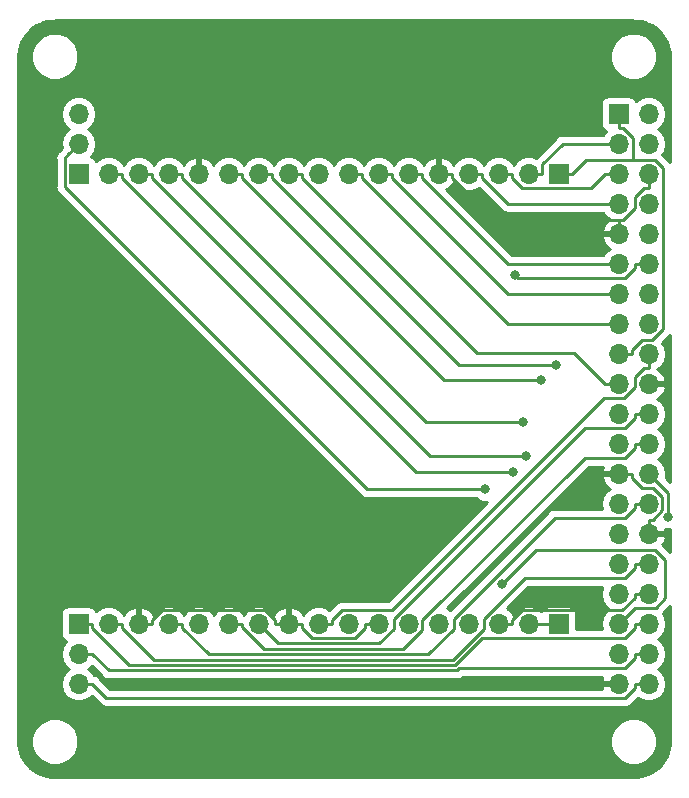
<source format=gtl>
G04 #@! TF.GenerationSoftware,KiCad,Pcbnew,5.0.0-rc1-44a33f2~62~ubuntu17.10.1*
G04 #@! TF.CreationDate,2018-04-10T00:21:39+09:00*
G04 #@! TF.ProjectId,RaspiBBHat,526173706942424861742E6B69636164,rev?*
G04 #@! TF.SameCoordinates,Original*
G04 #@! TF.FileFunction,Copper,L1,Top,Signal*
G04 #@! TF.FilePolarity,Positive*
%FSLAX46Y46*%
G04 Gerber Fmt 4.6, Leading zero omitted, Abs format (unit mm)*
G04 Created by KiCad (PCBNEW 5.0.0-rc1-44a33f2~62~ubuntu17.10.1) date Tue Apr 10 00:21:39 2018*
%MOMM*%
%LPD*%
G01*
G04 APERTURE LIST*
%ADD10R,1.700000X1.700000*%
%ADD11O,1.700000X1.700000*%
%ADD12C,0.800000*%
%ADD13C,0.250000*%
%ADD14C,0.254000*%
G04 APERTURE END LIST*
D10*
X78105000Y-81280000D03*
D11*
X78105000Y-78740000D03*
X78105000Y-76200000D03*
X78105000Y-124460000D03*
X78105000Y-121920000D03*
D10*
X78105000Y-119380000D03*
X123825000Y-76200000D03*
D11*
X126365000Y-76200000D03*
X123825000Y-78740000D03*
X126365000Y-78740000D03*
X123825000Y-81280000D03*
X126365000Y-81280000D03*
X123825000Y-83820000D03*
X126365000Y-83820000D03*
X123825000Y-86360000D03*
X126365000Y-86360000D03*
X123825000Y-88900000D03*
X126365000Y-88900000D03*
X123825000Y-91440000D03*
X126365000Y-91440000D03*
X123825000Y-93980000D03*
X126365000Y-93980000D03*
X123825000Y-96520000D03*
X126365000Y-96520000D03*
X123825000Y-99060000D03*
X126365000Y-99060000D03*
X123825000Y-101600000D03*
X126365000Y-101600000D03*
X123825000Y-104140000D03*
X126365000Y-104140000D03*
X123825000Y-106680000D03*
X126365000Y-106680000D03*
X123825000Y-109220000D03*
X126365000Y-109220000D03*
X123825000Y-111760000D03*
X126365000Y-111760000D03*
X123825000Y-114300000D03*
X126365000Y-114300000D03*
X123825000Y-116840000D03*
X126365000Y-116840000D03*
X123825000Y-119380000D03*
X126365000Y-119380000D03*
X123825000Y-121920000D03*
X126365000Y-121920000D03*
X123825000Y-124460000D03*
X126365000Y-124460000D03*
D10*
X118745000Y-81280000D03*
D11*
X116205000Y-81280000D03*
X113665000Y-81280000D03*
X111125000Y-81280000D03*
X108585000Y-81280000D03*
X106045000Y-81280000D03*
X103505000Y-81280000D03*
X100965000Y-81280000D03*
X98425000Y-81280000D03*
X95885000Y-81280000D03*
X93345000Y-81280000D03*
X90805000Y-81280000D03*
X88265000Y-81280000D03*
X85725000Y-81280000D03*
X83185000Y-81280000D03*
X80645000Y-81280000D03*
X80645000Y-119380000D03*
X83185000Y-119380000D03*
X85725000Y-119380000D03*
X88265000Y-119380000D03*
X90805000Y-119380000D03*
X93345000Y-119380000D03*
X95885000Y-119380000D03*
X98425000Y-119380000D03*
X100965000Y-119380000D03*
X103505000Y-119380000D03*
X106045000Y-119380000D03*
X108585000Y-119380000D03*
X111125000Y-119380000D03*
X113665000Y-119380000D03*
X116205000Y-119380000D03*
D10*
X118745000Y-119380000D03*
D12*
X112500000Y-108000000D03*
X114000000Y-116000000D03*
X118505100Y-97451500D03*
X117244600Y-98734900D03*
X115717200Y-102287500D03*
X116033000Y-105143300D03*
X114857900Y-106508200D03*
X128000900Y-110350200D03*
X115045200Y-89840700D03*
D13*
X126929001Y-113124999D02*
X116875001Y-113124999D01*
X123825000Y-119380000D02*
X125189999Y-118015001D01*
X127762000Y-113957998D02*
X126929001Y-113124999D01*
X127762000Y-117221000D02*
X127762000Y-113957998D01*
X126967999Y-118015001D02*
X127762000Y-117221000D01*
X125189999Y-118015001D02*
X126967999Y-118015001D01*
X116875001Y-113124999D02*
X114000000Y-116000000D01*
X112500000Y-108000000D02*
X102539998Y-108000000D01*
X102539998Y-108000000D02*
X76929999Y-82390001D01*
X76929999Y-82390001D02*
X76929999Y-79915001D01*
X77255001Y-79589999D02*
X78105000Y-78740000D01*
X76929999Y-79915001D02*
X77255001Y-79589999D01*
X94709700Y-119012600D02*
X94709700Y-119380000D01*
X93901800Y-118204700D02*
X94709700Y-119012600D01*
X85168300Y-118204700D02*
X93901800Y-118204700D01*
X84360300Y-119012700D02*
X85168300Y-118204700D01*
X84360300Y-119380000D02*
X84360300Y-119012700D01*
X83185000Y-119380000D02*
X84360300Y-119380000D01*
X95885000Y-119380000D02*
X94709700Y-119380000D01*
X125997600Y-82455300D02*
X126365000Y-82455300D01*
X125189700Y-83263200D02*
X125997600Y-82455300D01*
X125189700Y-84187400D02*
X125189700Y-83263200D01*
X124192400Y-85184700D02*
X125189700Y-84187400D01*
X123825000Y-85184700D02*
X124192400Y-85184700D01*
X123825000Y-86360000D02*
X123825000Y-85184700D01*
X126365000Y-81280000D02*
X126365000Y-82455300D01*
X113297700Y-85184700D02*
X123825000Y-85184700D01*
X109760300Y-81647300D02*
X113297700Y-85184700D01*
X109760300Y-81280000D02*
X109760300Y-81647300D01*
X108585000Y-81280000D02*
X109760300Y-81280000D01*
X125000300Y-107047400D02*
X125000300Y-106680000D01*
X125808200Y-107855300D02*
X125000300Y-107047400D01*
X126728000Y-107855300D02*
X125808200Y-107855300D01*
X127540300Y-108667600D02*
X126728000Y-107855300D01*
X127540300Y-109776800D02*
X127540300Y-108667600D01*
X126732400Y-110584700D02*
X127540300Y-109776800D01*
X126365000Y-110584700D02*
X126732400Y-110584700D01*
X126365000Y-111760000D02*
X126365000Y-110584700D01*
X123825000Y-106680000D02*
X125000300Y-106680000D01*
X125189700Y-117153500D02*
X125189700Y-116840000D01*
X124138500Y-118204700D02*
X125189700Y-117153500D01*
X115648200Y-118204700D02*
X124138500Y-118204700D01*
X114840300Y-119012600D02*
X115648200Y-118204700D01*
X114840300Y-119380000D02*
X114840300Y-119012600D01*
X113665000Y-119380000D02*
X114840300Y-119380000D01*
X126365000Y-116840000D02*
X125189700Y-116840000D01*
X97060300Y-119747400D02*
X97060300Y-119380000D01*
X97868200Y-120555300D02*
X97060300Y-119747400D01*
X101521700Y-120555300D02*
X97868200Y-120555300D01*
X102329700Y-119747300D02*
X101521700Y-120555300D01*
X102329700Y-119380000D02*
X102329700Y-119747300D01*
X103505000Y-119380000D02*
X102329700Y-119380000D01*
X95885000Y-119380000D02*
X97060300Y-119380000D01*
X118745000Y-81280000D02*
X119920300Y-81280000D01*
X123825000Y-76200000D02*
X123825000Y-77375300D01*
X124192300Y-77375300D02*
X123825000Y-77375300D01*
X125038600Y-78221600D02*
X124192300Y-77375300D01*
X125038600Y-80098200D02*
X125038600Y-78221600D01*
X121102100Y-80098200D02*
X125038600Y-80098200D01*
X119920300Y-81280000D02*
X121102100Y-80098200D01*
X125000300Y-96152600D02*
X125000300Y-96520000D01*
X125808200Y-95344700D02*
X125000300Y-96152600D01*
X126680400Y-95344700D02*
X125808200Y-95344700D01*
X127592600Y-94432500D02*
X126680400Y-95344700D01*
X127592600Y-80767700D02*
X127592600Y-94432500D01*
X126923100Y-80098200D02*
X127592600Y-80767700D01*
X125038600Y-80098200D02*
X126923100Y-80098200D01*
X123825000Y-96520000D02*
X125000300Y-96520000D01*
X119112300Y-78740000D02*
X123825000Y-78740000D01*
X117380300Y-80472000D02*
X119112300Y-78740000D01*
X117380300Y-81280000D02*
X117380300Y-80472000D01*
X116205000Y-81280000D02*
X117380300Y-81280000D01*
X121474400Y-82455300D02*
X122649700Y-81280000D01*
X115648300Y-82455300D02*
X121474400Y-82455300D01*
X114840300Y-81647300D02*
X115648300Y-82455300D01*
X114840300Y-81280000D02*
X114840300Y-81647300D01*
X113665000Y-81280000D02*
X114840300Y-81280000D01*
X123825000Y-81280000D02*
X122649700Y-81280000D01*
X111125000Y-81280000D02*
X112300300Y-81280000D01*
X112300300Y-81647300D02*
X112300300Y-81280000D01*
X114473000Y-83820000D02*
X112300300Y-81647300D01*
X123825000Y-83820000D02*
X114473000Y-83820000D01*
X114473000Y-88900000D02*
X123825000Y-88900000D01*
X107220300Y-81647300D02*
X114473000Y-88900000D01*
X107220300Y-81280000D02*
X107220300Y-81647300D01*
X106045000Y-81280000D02*
X107220300Y-81280000D01*
X114473000Y-91440000D02*
X123825000Y-91440000D01*
X104680300Y-81647300D02*
X114473000Y-91440000D01*
X104680300Y-81280000D02*
X104680300Y-81647300D01*
X103505000Y-81280000D02*
X104680300Y-81280000D01*
X114473000Y-93980000D02*
X123825000Y-93980000D01*
X102140300Y-81647300D02*
X114473000Y-93980000D01*
X102140300Y-81280000D02*
X102140300Y-81647300D01*
X100965000Y-81280000D02*
X102140300Y-81280000D01*
X120027400Y-96437700D02*
X122649700Y-99060000D01*
X111850700Y-96437700D02*
X120027400Y-96437700D01*
X97060300Y-81647300D02*
X111850700Y-96437700D01*
X97060300Y-81280000D02*
X97060300Y-81647300D01*
X95885000Y-81280000D02*
X97060300Y-81280000D01*
X123825000Y-99060000D02*
X122649700Y-99060000D01*
X110324500Y-97451500D02*
X118505100Y-97451500D01*
X94520300Y-81647300D02*
X110324500Y-97451500D01*
X94520300Y-81280000D02*
X94520300Y-81647300D01*
X93345000Y-81280000D02*
X94520300Y-81280000D01*
X90805000Y-81280000D02*
X91980300Y-81280000D01*
X109067900Y-98734900D02*
X117244600Y-98734900D01*
X91980300Y-81647300D02*
X109067900Y-98734900D01*
X91980300Y-81280000D02*
X91980300Y-81647300D01*
X85725000Y-81280000D02*
X86900300Y-81280000D01*
X107540500Y-102287500D02*
X115717200Y-102287500D01*
X86900300Y-81647300D02*
X107540500Y-102287500D01*
X86900300Y-81280000D02*
X86900300Y-81647300D01*
X83185000Y-81280000D02*
X84360300Y-81280000D01*
X107856300Y-105143300D02*
X116033000Y-105143300D01*
X84360300Y-81647300D02*
X107856300Y-105143300D01*
X84360300Y-81280000D02*
X84360300Y-81647300D01*
X80645000Y-81280000D02*
X81820300Y-81280000D01*
X81820300Y-81647300D02*
X81820300Y-81280000D01*
X106681200Y-106508200D02*
X81820300Y-81647300D01*
X114857900Y-106508200D02*
X106681200Y-106508200D01*
X80455600Y-125635300D02*
X79280300Y-124460000D01*
X124381700Y-125635300D02*
X80455600Y-125635300D01*
X125189700Y-124827300D02*
X124381700Y-125635300D01*
X125189700Y-124460000D02*
X125189700Y-124827300D01*
X126365000Y-124460000D02*
X125189700Y-124460000D01*
X78105000Y-124460000D02*
X79280300Y-124460000D01*
X126365000Y-121920000D02*
X125189700Y-121920000D01*
X78105000Y-121920000D02*
X79280300Y-121920000D01*
X125189700Y-122287300D02*
X125189700Y-121920000D01*
X124335000Y-123142000D02*
X125189700Y-122287300D01*
X110309300Y-123142000D02*
X124335000Y-123142000D01*
X110135900Y-123315400D02*
X110309300Y-123142000D01*
X80675700Y-123315400D02*
X110135900Y-123315400D01*
X79280300Y-121920000D02*
X80675700Y-123315400D01*
X126365000Y-119380000D02*
X125189700Y-119380000D01*
X78105000Y-119380000D02*
X79280300Y-119380000D01*
X125189700Y-119747400D02*
X125189700Y-119380000D01*
X124381800Y-120555300D02*
X125189700Y-119747400D01*
X112259100Y-120555300D02*
X124381800Y-120555300D01*
X109956500Y-122857900D02*
X112259100Y-120555300D01*
X82390900Y-122857900D02*
X109956500Y-122857900D01*
X79280300Y-119747300D02*
X82390900Y-122857900D01*
X79280300Y-119380000D02*
X79280300Y-119747300D01*
X80645000Y-119380000D02*
X81820300Y-119380000D01*
X126365000Y-114300000D02*
X125189700Y-114300000D01*
X125189700Y-114667400D02*
X125189700Y-114300000D01*
X124381800Y-115475300D02*
X125189700Y-114667400D01*
X115885100Y-115475300D02*
X124381800Y-115475300D01*
X112395000Y-118965400D02*
X115885100Y-115475300D01*
X112395000Y-119781500D02*
X112395000Y-118965400D01*
X109768900Y-122407600D02*
X112395000Y-119781500D01*
X84480600Y-122407600D02*
X109768900Y-122407600D01*
X81820300Y-119747300D02*
X84480600Y-122407600D01*
X81820300Y-119380000D02*
X81820300Y-119747300D01*
X125189700Y-109587400D02*
X125189700Y-109220000D01*
X124381800Y-110395300D02*
X125189700Y-109587400D01*
X118436100Y-110395300D02*
X124381800Y-110395300D01*
X109855000Y-118976400D02*
X118436100Y-110395300D01*
X109855000Y-119775800D02*
X109855000Y-118976400D01*
X107673500Y-121957300D02*
X109855000Y-119775800D01*
X89110300Y-121957300D02*
X107673500Y-121957300D01*
X86900300Y-119747300D02*
X89110300Y-121957300D01*
X86900300Y-119380000D02*
X86900300Y-119747300D01*
X85725000Y-119380000D02*
X86900300Y-119380000D01*
X126365000Y-109220000D02*
X125189700Y-109220000D01*
X128000900Y-110350200D02*
X128000900Y-108315900D01*
X128000900Y-108315900D02*
X126365000Y-106680000D01*
X125189700Y-104507400D02*
X125189700Y-104140000D01*
X124381800Y-105315300D02*
X125189700Y-104507400D01*
X120986700Y-105315300D02*
X124381800Y-105315300D01*
X107220400Y-119081600D02*
X120986700Y-105315300D01*
X107220400Y-119887200D02*
X107220400Y-119081600D01*
X105617700Y-121489900D02*
X107220400Y-119887200D01*
X93790600Y-121489900D02*
X105617700Y-121489900D01*
X91980300Y-119679600D02*
X93790600Y-121489900D01*
X91980300Y-119380000D02*
X91980300Y-119679600D01*
X90805000Y-119380000D02*
X91980300Y-119380000D01*
X126365000Y-104140000D02*
X125189700Y-104140000D01*
X126365000Y-101600000D02*
X125189700Y-101600000D01*
X125189700Y-101967400D02*
X125189700Y-101600000D01*
X124381800Y-102775300D02*
X125189700Y-101967400D01*
X120986100Y-102775300D02*
X124381800Y-102775300D01*
X104775000Y-118986400D02*
X120986100Y-102775300D01*
X104775000Y-119780200D02*
X104775000Y-118986400D01*
X103515700Y-121039500D02*
X104775000Y-119780200D01*
X95004500Y-121039500D02*
X103515700Y-121039500D01*
X93345000Y-119380000D02*
X95004500Y-121039500D01*
X125997600Y-97695300D02*
X126365000Y-97695300D01*
X125189700Y-98503200D02*
X125997600Y-97695300D01*
X125189700Y-99360100D02*
X125189700Y-98503200D01*
X124314400Y-100235400D02*
X125189700Y-99360100D01*
X122585300Y-100235400D02*
X124314400Y-100235400D01*
X104616000Y-118204700D02*
X122585300Y-100235400D01*
X100408200Y-118204700D02*
X104616000Y-118204700D01*
X99600300Y-119012600D02*
X100408200Y-118204700D01*
X99600300Y-119380000D02*
X99600300Y-119012600D01*
X98425000Y-119380000D02*
X99600300Y-119380000D01*
X126365000Y-96520000D02*
X126365000Y-97695300D01*
X126365000Y-88900000D02*
X125189700Y-88900000D01*
X125189700Y-89267400D02*
X125189700Y-88900000D01*
X124381800Y-90075300D02*
X125189700Y-89267400D01*
X115279800Y-90075300D02*
X124381800Y-90075300D01*
X115045200Y-89840700D02*
X115279800Y-90075300D01*
X118745000Y-119380000D02*
X116205000Y-119380000D01*
D14*
G36*
X124980020Y-68289951D02*
X125056532Y-68297993D01*
X125416322Y-68316849D01*
X125734123Y-68367184D01*
X126044918Y-68450462D01*
X126345306Y-68565770D01*
X126631999Y-68711847D01*
X126901853Y-68887093D01*
X127151903Y-69089579D01*
X127379424Y-69317101D01*
X127581910Y-69567151D01*
X127757153Y-69837001D01*
X127903229Y-70123691D01*
X128018541Y-70424090D01*
X128101816Y-70734876D01*
X128152151Y-71052678D01*
X128170000Y-71393254D01*
X128170000Y-80263878D01*
X128140529Y-80219771D01*
X128077073Y-80177371D01*
X127545655Y-79645954D01*
X127763839Y-79319418D01*
X127879092Y-78740000D01*
X127763839Y-78160582D01*
X127435625Y-77669375D01*
X127137239Y-77470000D01*
X127435625Y-77270625D01*
X127763839Y-76779418D01*
X127879092Y-76200000D01*
X127763839Y-75620582D01*
X127435625Y-75129375D01*
X126944418Y-74801161D01*
X126511256Y-74715000D01*
X126218744Y-74715000D01*
X125785582Y-74801161D01*
X125294375Y-75129375D01*
X125282184Y-75147619D01*
X125273157Y-75102235D01*
X125132809Y-74892191D01*
X124922765Y-74751843D01*
X124675000Y-74702560D01*
X122975000Y-74702560D01*
X122727235Y-74751843D01*
X122517191Y-74892191D01*
X122376843Y-75102235D01*
X122327560Y-75350000D01*
X122327560Y-77050000D01*
X122376843Y-77297765D01*
X122517191Y-77507809D01*
X122727235Y-77648157D01*
X122772619Y-77657184D01*
X122754375Y-77669375D01*
X122546822Y-77980000D01*
X119187147Y-77980000D01*
X119112300Y-77965112D01*
X119037453Y-77980000D01*
X119037448Y-77980000D01*
X118815763Y-78024096D01*
X118564371Y-78192071D01*
X118521971Y-78255527D01*
X116895828Y-79881671D01*
X116840505Y-79918637D01*
X116784418Y-79881161D01*
X116351256Y-79795000D01*
X116058744Y-79795000D01*
X115625582Y-79881161D01*
X115134375Y-80209375D01*
X114935000Y-80507761D01*
X114735625Y-80209375D01*
X114244418Y-79881161D01*
X113811256Y-79795000D01*
X113518744Y-79795000D01*
X113085582Y-79881161D01*
X112594375Y-80209375D01*
X112395000Y-80507761D01*
X112195625Y-80209375D01*
X111704418Y-79881161D01*
X111271256Y-79795000D01*
X110978744Y-79795000D01*
X110545582Y-79881161D01*
X110054375Y-80209375D01*
X109841157Y-80528478D01*
X109780183Y-80398642D01*
X109351924Y-80008355D01*
X108941890Y-79838524D01*
X108712000Y-79959845D01*
X108712000Y-81153000D01*
X108732000Y-81153000D01*
X108732000Y-81407000D01*
X108712000Y-81407000D01*
X108712000Y-81427000D01*
X108458000Y-81427000D01*
X108458000Y-81407000D01*
X108438000Y-81407000D01*
X108438000Y-81153000D01*
X108458000Y-81153000D01*
X108458000Y-79959845D01*
X108228110Y-79838524D01*
X107818076Y-80008355D01*
X107389817Y-80398642D01*
X107329606Y-80526853D01*
X107327474Y-80526429D01*
X107115625Y-80209375D01*
X106624418Y-79881161D01*
X106191256Y-79795000D01*
X105898744Y-79795000D01*
X105465582Y-79881161D01*
X104974375Y-80209375D01*
X104775000Y-80507761D01*
X104575625Y-80209375D01*
X104084418Y-79881161D01*
X103651256Y-79795000D01*
X103358744Y-79795000D01*
X102925582Y-79881161D01*
X102434375Y-80209375D01*
X102235000Y-80507761D01*
X102035625Y-80209375D01*
X101544418Y-79881161D01*
X101111256Y-79795000D01*
X100818744Y-79795000D01*
X100385582Y-79881161D01*
X99894375Y-80209375D01*
X99695000Y-80507761D01*
X99495625Y-80209375D01*
X99004418Y-79881161D01*
X98571256Y-79795000D01*
X98278744Y-79795000D01*
X97845582Y-79881161D01*
X97354375Y-80209375D01*
X97155000Y-80507761D01*
X96955625Y-80209375D01*
X96464418Y-79881161D01*
X96031256Y-79795000D01*
X95738744Y-79795000D01*
X95305582Y-79881161D01*
X94814375Y-80209375D01*
X94615000Y-80507761D01*
X94415625Y-80209375D01*
X93924418Y-79881161D01*
X93491256Y-79795000D01*
X93198744Y-79795000D01*
X92765582Y-79881161D01*
X92274375Y-80209375D01*
X92075000Y-80507761D01*
X91875625Y-80209375D01*
X91384418Y-79881161D01*
X90951256Y-79795000D01*
X90658744Y-79795000D01*
X90225582Y-79881161D01*
X89734375Y-80209375D01*
X89521157Y-80528478D01*
X89460183Y-80398642D01*
X89031924Y-80008355D01*
X88621890Y-79838524D01*
X88392000Y-79959845D01*
X88392000Y-81153000D01*
X88412000Y-81153000D01*
X88412000Y-81407000D01*
X88392000Y-81407000D01*
X88392000Y-81427000D01*
X88138000Y-81427000D01*
X88138000Y-81407000D01*
X88118000Y-81407000D01*
X88118000Y-81153000D01*
X88138000Y-81153000D01*
X88138000Y-79959845D01*
X87908110Y-79838524D01*
X87498076Y-80008355D01*
X87069817Y-80398642D01*
X87009606Y-80526853D01*
X87007474Y-80526429D01*
X86795625Y-80209375D01*
X86304418Y-79881161D01*
X85871256Y-79795000D01*
X85578744Y-79795000D01*
X85145582Y-79881161D01*
X84654375Y-80209375D01*
X84455000Y-80507761D01*
X84255625Y-80209375D01*
X83764418Y-79881161D01*
X83331256Y-79795000D01*
X83038744Y-79795000D01*
X82605582Y-79881161D01*
X82114375Y-80209375D01*
X81915000Y-80507761D01*
X81715625Y-80209375D01*
X81224418Y-79881161D01*
X80791256Y-79795000D01*
X80498744Y-79795000D01*
X80065582Y-79881161D01*
X79574375Y-80209375D01*
X79562184Y-80227619D01*
X79553157Y-80182235D01*
X79412809Y-79972191D01*
X79202765Y-79831843D01*
X79157381Y-79822816D01*
X79175625Y-79810625D01*
X79503839Y-79319418D01*
X79619092Y-78740000D01*
X79503839Y-78160582D01*
X79175625Y-77669375D01*
X78877239Y-77470000D01*
X79175625Y-77270625D01*
X79503839Y-76779418D01*
X79619092Y-76200000D01*
X79503839Y-75620582D01*
X79175625Y-75129375D01*
X78684418Y-74801161D01*
X78251256Y-74715000D01*
X77958744Y-74715000D01*
X77525582Y-74801161D01*
X77034375Y-75129375D01*
X76706161Y-75620582D01*
X76590908Y-76200000D01*
X76706161Y-76779418D01*
X77034375Y-77270625D01*
X77332761Y-77470000D01*
X77034375Y-77669375D01*
X76706161Y-78160582D01*
X76590908Y-78740000D01*
X76663791Y-79106408D01*
X76445527Y-79324672D01*
X76382071Y-79367072D01*
X76339671Y-79430528D01*
X76339670Y-79430529D01*
X76214096Y-79618464D01*
X76155111Y-79915001D01*
X76170000Y-79989853D01*
X76169999Y-82315154D01*
X76155111Y-82390001D01*
X76169999Y-82464848D01*
X76169999Y-82464852D01*
X76214095Y-82686537D01*
X76382070Y-82937930D01*
X76445529Y-82980332D01*
X101949669Y-108484473D01*
X101992069Y-108547929D01*
X102243461Y-108715904D01*
X102465146Y-108760000D01*
X102465151Y-108760000D01*
X102539998Y-108774888D01*
X102614845Y-108760000D01*
X111796289Y-108760000D01*
X111913720Y-108877431D01*
X112294126Y-109035000D01*
X112705874Y-109035000D01*
X112714451Y-109031447D01*
X104301199Y-117444700D01*
X100483046Y-117444700D01*
X100408199Y-117429812D01*
X100333352Y-117444700D01*
X100333348Y-117444700D01*
X100111663Y-117488796D01*
X99860271Y-117656771D01*
X99817871Y-117720227D01*
X99335629Y-118202469D01*
X99004418Y-117981161D01*
X98571256Y-117895000D01*
X98278744Y-117895000D01*
X97845582Y-117981161D01*
X97354375Y-118309375D01*
X97141157Y-118628478D01*
X97080183Y-118498642D01*
X96651924Y-118108355D01*
X96241890Y-117938524D01*
X96012000Y-118059845D01*
X96012000Y-119253000D01*
X96032000Y-119253000D01*
X96032000Y-119507000D01*
X96012000Y-119507000D01*
X96012000Y-119527000D01*
X95758000Y-119527000D01*
X95758000Y-119507000D01*
X95738000Y-119507000D01*
X95738000Y-119253000D01*
X95758000Y-119253000D01*
X95758000Y-118059845D01*
X95528110Y-117938524D01*
X95118076Y-118108355D01*
X94689817Y-118498642D01*
X94628843Y-118628478D01*
X94415625Y-118309375D01*
X93924418Y-117981161D01*
X93491256Y-117895000D01*
X93198744Y-117895000D01*
X92765582Y-117981161D01*
X92274375Y-118309375D01*
X92075000Y-118607761D01*
X91875625Y-118309375D01*
X91384418Y-117981161D01*
X90951256Y-117895000D01*
X90658744Y-117895000D01*
X90225582Y-117981161D01*
X89734375Y-118309375D01*
X89535000Y-118607761D01*
X89335625Y-118309375D01*
X88844418Y-117981161D01*
X88411256Y-117895000D01*
X88118744Y-117895000D01*
X87685582Y-117981161D01*
X87194375Y-118309375D01*
X86995000Y-118607761D01*
X86795625Y-118309375D01*
X86304418Y-117981161D01*
X85871256Y-117895000D01*
X85578744Y-117895000D01*
X85145582Y-117981161D01*
X84654375Y-118309375D01*
X84441157Y-118628478D01*
X84380183Y-118498642D01*
X83951924Y-118108355D01*
X83541890Y-117938524D01*
X83312000Y-118059845D01*
X83312000Y-119253000D01*
X83332000Y-119253000D01*
X83332000Y-119507000D01*
X83312000Y-119507000D01*
X83312000Y-119527000D01*
X83058000Y-119527000D01*
X83058000Y-119507000D01*
X83038000Y-119507000D01*
X83038000Y-119253000D01*
X83058000Y-119253000D01*
X83058000Y-118059845D01*
X82828110Y-117938524D01*
X82418076Y-118108355D01*
X81989817Y-118498642D01*
X81929606Y-118626853D01*
X81927474Y-118626429D01*
X81715625Y-118309375D01*
X81224418Y-117981161D01*
X80791256Y-117895000D01*
X80498744Y-117895000D01*
X80065582Y-117981161D01*
X79574375Y-118309375D01*
X79562184Y-118327619D01*
X79553157Y-118282235D01*
X79412809Y-118072191D01*
X79202765Y-117931843D01*
X78955000Y-117882560D01*
X77255000Y-117882560D01*
X77007235Y-117931843D01*
X76797191Y-118072191D01*
X76656843Y-118282235D01*
X76607560Y-118530000D01*
X76607560Y-120230000D01*
X76656843Y-120477765D01*
X76797191Y-120687809D01*
X77007235Y-120828157D01*
X77052619Y-120837184D01*
X77034375Y-120849375D01*
X76706161Y-121340582D01*
X76590908Y-121920000D01*
X76706161Y-122499418D01*
X77034375Y-122990625D01*
X77332761Y-123190000D01*
X77034375Y-123389375D01*
X76706161Y-123880582D01*
X76590908Y-124460000D01*
X76706161Y-125039418D01*
X77034375Y-125530625D01*
X77525582Y-125858839D01*
X77958744Y-125945000D01*
X78251256Y-125945000D01*
X78684418Y-125858839D01*
X79175625Y-125530625D01*
X79215879Y-125470380D01*
X79865271Y-126119773D01*
X79907671Y-126183229D01*
X80159063Y-126351204D01*
X80380748Y-126395300D01*
X80380752Y-126395300D01*
X80455599Y-126410188D01*
X80530446Y-126395300D01*
X124306853Y-126395300D01*
X124381700Y-126410188D01*
X124456547Y-126395300D01*
X124456552Y-126395300D01*
X124678237Y-126351204D01*
X124929629Y-126183229D01*
X124972031Y-126119770D01*
X125454311Y-125637491D01*
X125785582Y-125858839D01*
X126218744Y-125945000D01*
X126511256Y-125945000D01*
X126944418Y-125858839D01*
X127435625Y-125530625D01*
X127763839Y-125039418D01*
X127879092Y-124460000D01*
X127763839Y-123880582D01*
X127435625Y-123389375D01*
X127137239Y-123190000D01*
X127435625Y-122990625D01*
X127763839Y-122499418D01*
X127879092Y-121920000D01*
X127763839Y-121340582D01*
X127435625Y-120849375D01*
X127137239Y-120650000D01*
X127435625Y-120450625D01*
X127763839Y-119959418D01*
X127879092Y-119380000D01*
X127763839Y-118800582D01*
X127560916Y-118496886D01*
X128170001Y-117887801D01*
X128170001Y-129266727D01*
X128152151Y-129607322D01*
X128101816Y-129925124D01*
X128018541Y-130235910D01*
X127903229Y-130536309D01*
X127757153Y-130822999D01*
X127581910Y-131092849D01*
X127379424Y-131342899D01*
X127151903Y-131570421D01*
X126901853Y-131772907D01*
X126631999Y-131948153D01*
X126345306Y-132094230D01*
X126044918Y-132209538D01*
X125734123Y-132292816D01*
X125416322Y-132343151D01*
X125056532Y-132362007D01*
X124980020Y-132370049D01*
X124904979Y-132386000D01*
X76263021Y-132386000D01*
X76187980Y-132370049D01*
X76111468Y-132362007D01*
X75751678Y-132343151D01*
X75433876Y-132292816D01*
X75123090Y-132209541D01*
X74822691Y-132094229D01*
X74536001Y-131948153D01*
X74266151Y-131772910D01*
X74016101Y-131570424D01*
X73788579Y-131342903D01*
X73586093Y-131092853D01*
X73410847Y-130822999D01*
X73264770Y-130536306D01*
X73149462Y-130235918D01*
X73066184Y-129925123D01*
X73015849Y-129607322D01*
X72996993Y-129247532D01*
X72988951Y-129171020D01*
X72973000Y-129095979D01*
X72973000Y-128935159D01*
X74110000Y-128935159D01*
X74110000Y-129724841D01*
X74412199Y-130454412D01*
X74970588Y-131012801D01*
X75700159Y-131315000D01*
X76489841Y-131315000D01*
X77219412Y-131012801D01*
X77777801Y-130454412D01*
X78080000Y-129724841D01*
X78080000Y-128935159D01*
X123110000Y-128935159D01*
X123110000Y-129724841D01*
X123412199Y-130454412D01*
X123970588Y-131012801D01*
X124700159Y-131315000D01*
X125489841Y-131315000D01*
X126219412Y-131012801D01*
X126777801Y-130454412D01*
X127080000Y-129724841D01*
X127080000Y-128935159D01*
X126777801Y-128205588D01*
X126219412Y-127647199D01*
X125489841Y-127345000D01*
X124700159Y-127345000D01*
X123970588Y-127647199D01*
X123412199Y-128205588D01*
X123110000Y-128935159D01*
X78080000Y-128935159D01*
X77777801Y-128205588D01*
X77219412Y-127647199D01*
X76489841Y-127345000D01*
X75700159Y-127345000D01*
X74970588Y-127647199D01*
X74412199Y-128205588D01*
X74110000Y-128935159D01*
X72973000Y-128935159D01*
X72973000Y-71564021D01*
X72988951Y-71488980D01*
X72996993Y-71412468D01*
X73015849Y-71052678D01*
X73034462Y-70935159D01*
X74110000Y-70935159D01*
X74110000Y-71724841D01*
X74412199Y-72454412D01*
X74970588Y-73012801D01*
X75700159Y-73315000D01*
X76489841Y-73315000D01*
X77219412Y-73012801D01*
X77777801Y-72454412D01*
X78080000Y-71724841D01*
X78080000Y-70935159D01*
X123110000Y-70935159D01*
X123110000Y-71724841D01*
X123412199Y-72454412D01*
X123970588Y-73012801D01*
X124700159Y-73315000D01*
X125489841Y-73315000D01*
X126219412Y-73012801D01*
X126777801Y-72454412D01*
X127080000Y-71724841D01*
X127080000Y-70935159D01*
X126777801Y-70205588D01*
X126219412Y-69647199D01*
X125489841Y-69345000D01*
X124700159Y-69345000D01*
X123970588Y-69647199D01*
X123412199Y-70205588D01*
X123110000Y-70935159D01*
X78080000Y-70935159D01*
X77777801Y-70205588D01*
X77219412Y-69647199D01*
X76489841Y-69345000D01*
X75700159Y-69345000D01*
X74970588Y-69647199D01*
X74412199Y-70205588D01*
X74110000Y-70935159D01*
X73034462Y-70935159D01*
X73066184Y-70734877D01*
X73149462Y-70424082D01*
X73264770Y-70123694D01*
X73410847Y-69837001D01*
X73586093Y-69567147D01*
X73788579Y-69317097D01*
X74016101Y-69089576D01*
X74266151Y-68887090D01*
X74536001Y-68711847D01*
X74822691Y-68565771D01*
X75123090Y-68450459D01*
X75433876Y-68367184D01*
X75751678Y-68316849D01*
X76111468Y-68297993D01*
X76187980Y-68289951D01*
X76263021Y-68274000D01*
X124904979Y-68274000D01*
X124980020Y-68289951D01*
X124980020Y-68289951D01*
G37*
X124980020Y-68289951D02*
X125056532Y-68297993D01*
X125416322Y-68316849D01*
X125734123Y-68367184D01*
X126044918Y-68450462D01*
X126345306Y-68565770D01*
X126631999Y-68711847D01*
X126901853Y-68887093D01*
X127151903Y-69089579D01*
X127379424Y-69317101D01*
X127581910Y-69567151D01*
X127757153Y-69837001D01*
X127903229Y-70123691D01*
X128018541Y-70424090D01*
X128101816Y-70734876D01*
X128152151Y-71052678D01*
X128170000Y-71393254D01*
X128170000Y-80263878D01*
X128140529Y-80219771D01*
X128077073Y-80177371D01*
X127545655Y-79645954D01*
X127763839Y-79319418D01*
X127879092Y-78740000D01*
X127763839Y-78160582D01*
X127435625Y-77669375D01*
X127137239Y-77470000D01*
X127435625Y-77270625D01*
X127763839Y-76779418D01*
X127879092Y-76200000D01*
X127763839Y-75620582D01*
X127435625Y-75129375D01*
X126944418Y-74801161D01*
X126511256Y-74715000D01*
X126218744Y-74715000D01*
X125785582Y-74801161D01*
X125294375Y-75129375D01*
X125282184Y-75147619D01*
X125273157Y-75102235D01*
X125132809Y-74892191D01*
X124922765Y-74751843D01*
X124675000Y-74702560D01*
X122975000Y-74702560D01*
X122727235Y-74751843D01*
X122517191Y-74892191D01*
X122376843Y-75102235D01*
X122327560Y-75350000D01*
X122327560Y-77050000D01*
X122376843Y-77297765D01*
X122517191Y-77507809D01*
X122727235Y-77648157D01*
X122772619Y-77657184D01*
X122754375Y-77669375D01*
X122546822Y-77980000D01*
X119187147Y-77980000D01*
X119112300Y-77965112D01*
X119037453Y-77980000D01*
X119037448Y-77980000D01*
X118815763Y-78024096D01*
X118564371Y-78192071D01*
X118521971Y-78255527D01*
X116895828Y-79881671D01*
X116840505Y-79918637D01*
X116784418Y-79881161D01*
X116351256Y-79795000D01*
X116058744Y-79795000D01*
X115625582Y-79881161D01*
X115134375Y-80209375D01*
X114935000Y-80507761D01*
X114735625Y-80209375D01*
X114244418Y-79881161D01*
X113811256Y-79795000D01*
X113518744Y-79795000D01*
X113085582Y-79881161D01*
X112594375Y-80209375D01*
X112395000Y-80507761D01*
X112195625Y-80209375D01*
X111704418Y-79881161D01*
X111271256Y-79795000D01*
X110978744Y-79795000D01*
X110545582Y-79881161D01*
X110054375Y-80209375D01*
X109841157Y-80528478D01*
X109780183Y-80398642D01*
X109351924Y-80008355D01*
X108941890Y-79838524D01*
X108712000Y-79959845D01*
X108712000Y-81153000D01*
X108732000Y-81153000D01*
X108732000Y-81407000D01*
X108712000Y-81407000D01*
X108712000Y-81427000D01*
X108458000Y-81427000D01*
X108458000Y-81407000D01*
X108438000Y-81407000D01*
X108438000Y-81153000D01*
X108458000Y-81153000D01*
X108458000Y-79959845D01*
X108228110Y-79838524D01*
X107818076Y-80008355D01*
X107389817Y-80398642D01*
X107329606Y-80526853D01*
X107327474Y-80526429D01*
X107115625Y-80209375D01*
X106624418Y-79881161D01*
X106191256Y-79795000D01*
X105898744Y-79795000D01*
X105465582Y-79881161D01*
X104974375Y-80209375D01*
X104775000Y-80507761D01*
X104575625Y-80209375D01*
X104084418Y-79881161D01*
X103651256Y-79795000D01*
X103358744Y-79795000D01*
X102925582Y-79881161D01*
X102434375Y-80209375D01*
X102235000Y-80507761D01*
X102035625Y-80209375D01*
X101544418Y-79881161D01*
X101111256Y-79795000D01*
X100818744Y-79795000D01*
X100385582Y-79881161D01*
X99894375Y-80209375D01*
X99695000Y-80507761D01*
X99495625Y-80209375D01*
X99004418Y-79881161D01*
X98571256Y-79795000D01*
X98278744Y-79795000D01*
X97845582Y-79881161D01*
X97354375Y-80209375D01*
X97155000Y-80507761D01*
X96955625Y-80209375D01*
X96464418Y-79881161D01*
X96031256Y-79795000D01*
X95738744Y-79795000D01*
X95305582Y-79881161D01*
X94814375Y-80209375D01*
X94615000Y-80507761D01*
X94415625Y-80209375D01*
X93924418Y-79881161D01*
X93491256Y-79795000D01*
X93198744Y-79795000D01*
X92765582Y-79881161D01*
X92274375Y-80209375D01*
X92075000Y-80507761D01*
X91875625Y-80209375D01*
X91384418Y-79881161D01*
X90951256Y-79795000D01*
X90658744Y-79795000D01*
X90225582Y-79881161D01*
X89734375Y-80209375D01*
X89521157Y-80528478D01*
X89460183Y-80398642D01*
X89031924Y-80008355D01*
X88621890Y-79838524D01*
X88392000Y-79959845D01*
X88392000Y-81153000D01*
X88412000Y-81153000D01*
X88412000Y-81407000D01*
X88392000Y-81407000D01*
X88392000Y-81427000D01*
X88138000Y-81427000D01*
X88138000Y-81407000D01*
X88118000Y-81407000D01*
X88118000Y-81153000D01*
X88138000Y-81153000D01*
X88138000Y-79959845D01*
X87908110Y-79838524D01*
X87498076Y-80008355D01*
X87069817Y-80398642D01*
X87009606Y-80526853D01*
X87007474Y-80526429D01*
X86795625Y-80209375D01*
X86304418Y-79881161D01*
X85871256Y-79795000D01*
X85578744Y-79795000D01*
X85145582Y-79881161D01*
X84654375Y-80209375D01*
X84455000Y-80507761D01*
X84255625Y-80209375D01*
X83764418Y-79881161D01*
X83331256Y-79795000D01*
X83038744Y-79795000D01*
X82605582Y-79881161D01*
X82114375Y-80209375D01*
X81915000Y-80507761D01*
X81715625Y-80209375D01*
X81224418Y-79881161D01*
X80791256Y-79795000D01*
X80498744Y-79795000D01*
X80065582Y-79881161D01*
X79574375Y-80209375D01*
X79562184Y-80227619D01*
X79553157Y-80182235D01*
X79412809Y-79972191D01*
X79202765Y-79831843D01*
X79157381Y-79822816D01*
X79175625Y-79810625D01*
X79503839Y-79319418D01*
X79619092Y-78740000D01*
X79503839Y-78160582D01*
X79175625Y-77669375D01*
X78877239Y-77470000D01*
X79175625Y-77270625D01*
X79503839Y-76779418D01*
X79619092Y-76200000D01*
X79503839Y-75620582D01*
X79175625Y-75129375D01*
X78684418Y-74801161D01*
X78251256Y-74715000D01*
X77958744Y-74715000D01*
X77525582Y-74801161D01*
X77034375Y-75129375D01*
X76706161Y-75620582D01*
X76590908Y-76200000D01*
X76706161Y-76779418D01*
X77034375Y-77270625D01*
X77332761Y-77470000D01*
X77034375Y-77669375D01*
X76706161Y-78160582D01*
X76590908Y-78740000D01*
X76663791Y-79106408D01*
X76445527Y-79324672D01*
X76382071Y-79367072D01*
X76339671Y-79430528D01*
X76339670Y-79430529D01*
X76214096Y-79618464D01*
X76155111Y-79915001D01*
X76170000Y-79989853D01*
X76169999Y-82315154D01*
X76155111Y-82390001D01*
X76169999Y-82464848D01*
X76169999Y-82464852D01*
X76214095Y-82686537D01*
X76382070Y-82937930D01*
X76445529Y-82980332D01*
X101949669Y-108484473D01*
X101992069Y-108547929D01*
X102243461Y-108715904D01*
X102465146Y-108760000D01*
X102465151Y-108760000D01*
X102539998Y-108774888D01*
X102614845Y-108760000D01*
X111796289Y-108760000D01*
X111913720Y-108877431D01*
X112294126Y-109035000D01*
X112705874Y-109035000D01*
X112714451Y-109031447D01*
X104301199Y-117444700D01*
X100483046Y-117444700D01*
X100408199Y-117429812D01*
X100333352Y-117444700D01*
X100333348Y-117444700D01*
X100111663Y-117488796D01*
X99860271Y-117656771D01*
X99817871Y-117720227D01*
X99335629Y-118202469D01*
X99004418Y-117981161D01*
X98571256Y-117895000D01*
X98278744Y-117895000D01*
X97845582Y-117981161D01*
X97354375Y-118309375D01*
X97141157Y-118628478D01*
X97080183Y-118498642D01*
X96651924Y-118108355D01*
X96241890Y-117938524D01*
X96012000Y-118059845D01*
X96012000Y-119253000D01*
X96032000Y-119253000D01*
X96032000Y-119507000D01*
X96012000Y-119507000D01*
X96012000Y-119527000D01*
X95758000Y-119527000D01*
X95758000Y-119507000D01*
X95738000Y-119507000D01*
X95738000Y-119253000D01*
X95758000Y-119253000D01*
X95758000Y-118059845D01*
X95528110Y-117938524D01*
X95118076Y-118108355D01*
X94689817Y-118498642D01*
X94628843Y-118628478D01*
X94415625Y-118309375D01*
X93924418Y-117981161D01*
X93491256Y-117895000D01*
X93198744Y-117895000D01*
X92765582Y-117981161D01*
X92274375Y-118309375D01*
X92075000Y-118607761D01*
X91875625Y-118309375D01*
X91384418Y-117981161D01*
X90951256Y-117895000D01*
X90658744Y-117895000D01*
X90225582Y-117981161D01*
X89734375Y-118309375D01*
X89535000Y-118607761D01*
X89335625Y-118309375D01*
X88844418Y-117981161D01*
X88411256Y-117895000D01*
X88118744Y-117895000D01*
X87685582Y-117981161D01*
X87194375Y-118309375D01*
X86995000Y-118607761D01*
X86795625Y-118309375D01*
X86304418Y-117981161D01*
X85871256Y-117895000D01*
X85578744Y-117895000D01*
X85145582Y-117981161D01*
X84654375Y-118309375D01*
X84441157Y-118628478D01*
X84380183Y-118498642D01*
X83951924Y-118108355D01*
X83541890Y-117938524D01*
X83312000Y-118059845D01*
X83312000Y-119253000D01*
X83332000Y-119253000D01*
X83332000Y-119507000D01*
X83312000Y-119507000D01*
X83312000Y-119527000D01*
X83058000Y-119527000D01*
X83058000Y-119507000D01*
X83038000Y-119507000D01*
X83038000Y-119253000D01*
X83058000Y-119253000D01*
X83058000Y-118059845D01*
X82828110Y-117938524D01*
X82418076Y-118108355D01*
X81989817Y-118498642D01*
X81929606Y-118626853D01*
X81927474Y-118626429D01*
X81715625Y-118309375D01*
X81224418Y-117981161D01*
X80791256Y-117895000D01*
X80498744Y-117895000D01*
X80065582Y-117981161D01*
X79574375Y-118309375D01*
X79562184Y-118327619D01*
X79553157Y-118282235D01*
X79412809Y-118072191D01*
X79202765Y-117931843D01*
X78955000Y-117882560D01*
X77255000Y-117882560D01*
X77007235Y-117931843D01*
X76797191Y-118072191D01*
X76656843Y-118282235D01*
X76607560Y-118530000D01*
X76607560Y-120230000D01*
X76656843Y-120477765D01*
X76797191Y-120687809D01*
X77007235Y-120828157D01*
X77052619Y-120837184D01*
X77034375Y-120849375D01*
X76706161Y-121340582D01*
X76590908Y-121920000D01*
X76706161Y-122499418D01*
X77034375Y-122990625D01*
X77332761Y-123190000D01*
X77034375Y-123389375D01*
X76706161Y-123880582D01*
X76590908Y-124460000D01*
X76706161Y-125039418D01*
X77034375Y-125530625D01*
X77525582Y-125858839D01*
X77958744Y-125945000D01*
X78251256Y-125945000D01*
X78684418Y-125858839D01*
X79175625Y-125530625D01*
X79215879Y-125470380D01*
X79865271Y-126119773D01*
X79907671Y-126183229D01*
X80159063Y-126351204D01*
X80380748Y-126395300D01*
X80380752Y-126395300D01*
X80455599Y-126410188D01*
X80530446Y-126395300D01*
X124306853Y-126395300D01*
X124381700Y-126410188D01*
X124456547Y-126395300D01*
X124456552Y-126395300D01*
X124678237Y-126351204D01*
X124929629Y-126183229D01*
X124972031Y-126119770D01*
X125454311Y-125637491D01*
X125785582Y-125858839D01*
X126218744Y-125945000D01*
X126511256Y-125945000D01*
X126944418Y-125858839D01*
X127435625Y-125530625D01*
X127763839Y-125039418D01*
X127879092Y-124460000D01*
X127763839Y-123880582D01*
X127435625Y-123389375D01*
X127137239Y-123190000D01*
X127435625Y-122990625D01*
X127763839Y-122499418D01*
X127879092Y-121920000D01*
X127763839Y-121340582D01*
X127435625Y-120849375D01*
X127137239Y-120650000D01*
X127435625Y-120450625D01*
X127763839Y-119959418D01*
X127879092Y-119380000D01*
X127763839Y-118800582D01*
X127560916Y-118496886D01*
X128170001Y-117887801D01*
X128170001Y-129266727D01*
X128152151Y-129607322D01*
X128101816Y-129925124D01*
X128018541Y-130235910D01*
X127903229Y-130536309D01*
X127757153Y-130822999D01*
X127581910Y-131092849D01*
X127379424Y-131342899D01*
X127151903Y-131570421D01*
X126901853Y-131772907D01*
X126631999Y-131948153D01*
X126345306Y-132094230D01*
X126044918Y-132209538D01*
X125734123Y-132292816D01*
X125416322Y-132343151D01*
X125056532Y-132362007D01*
X124980020Y-132370049D01*
X124904979Y-132386000D01*
X76263021Y-132386000D01*
X76187980Y-132370049D01*
X76111468Y-132362007D01*
X75751678Y-132343151D01*
X75433876Y-132292816D01*
X75123090Y-132209541D01*
X74822691Y-132094229D01*
X74536001Y-131948153D01*
X74266151Y-131772910D01*
X74016101Y-131570424D01*
X73788579Y-131342903D01*
X73586093Y-131092853D01*
X73410847Y-130822999D01*
X73264770Y-130536306D01*
X73149462Y-130235918D01*
X73066184Y-129925123D01*
X73015849Y-129607322D01*
X72996993Y-129247532D01*
X72988951Y-129171020D01*
X72973000Y-129095979D01*
X72973000Y-128935159D01*
X74110000Y-128935159D01*
X74110000Y-129724841D01*
X74412199Y-130454412D01*
X74970588Y-131012801D01*
X75700159Y-131315000D01*
X76489841Y-131315000D01*
X77219412Y-131012801D01*
X77777801Y-130454412D01*
X78080000Y-129724841D01*
X78080000Y-128935159D01*
X123110000Y-128935159D01*
X123110000Y-129724841D01*
X123412199Y-130454412D01*
X123970588Y-131012801D01*
X124700159Y-131315000D01*
X125489841Y-131315000D01*
X126219412Y-131012801D01*
X126777801Y-130454412D01*
X127080000Y-129724841D01*
X127080000Y-128935159D01*
X126777801Y-128205588D01*
X126219412Y-127647199D01*
X125489841Y-127345000D01*
X124700159Y-127345000D01*
X123970588Y-127647199D01*
X123412199Y-128205588D01*
X123110000Y-128935159D01*
X78080000Y-128935159D01*
X77777801Y-128205588D01*
X77219412Y-127647199D01*
X76489841Y-127345000D01*
X75700159Y-127345000D01*
X74970588Y-127647199D01*
X74412199Y-128205588D01*
X74110000Y-128935159D01*
X72973000Y-128935159D01*
X72973000Y-71564021D01*
X72988951Y-71488980D01*
X72996993Y-71412468D01*
X73015849Y-71052678D01*
X73034462Y-70935159D01*
X74110000Y-70935159D01*
X74110000Y-71724841D01*
X74412199Y-72454412D01*
X74970588Y-73012801D01*
X75700159Y-73315000D01*
X76489841Y-73315000D01*
X77219412Y-73012801D01*
X77777801Y-72454412D01*
X78080000Y-71724841D01*
X78080000Y-70935159D01*
X123110000Y-70935159D01*
X123110000Y-71724841D01*
X123412199Y-72454412D01*
X123970588Y-73012801D01*
X124700159Y-73315000D01*
X125489841Y-73315000D01*
X126219412Y-73012801D01*
X126777801Y-72454412D01*
X127080000Y-71724841D01*
X127080000Y-70935159D01*
X126777801Y-70205588D01*
X126219412Y-69647199D01*
X125489841Y-69345000D01*
X124700159Y-69345000D01*
X123970588Y-69647199D01*
X123412199Y-70205588D01*
X123110000Y-70935159D01*
X78080000Y-70935159D01*
X77777801Y-70205588D01*
X77219412Y-69647199D01*
X76489841Y-69345000D01*
X75700159Y-69345000D01*
X74970588Y-69647199D01*
X74412199Y-70205588D01*
X74110000Y-70935159D01*
X73034462Y-70935159D01*
X73066184Y-70734877D01*
X73149462Y-70424082D01*
X73264770Y-70123694D01*
X73410847Y-69837001D01*
X73586093Y-69567147D01*
X73788579Y-69317097D01*
X74016101Y-69089576D01*
X74266151Y-68887090D01*
X74536001Y-68711847D01*
X74822691Y-68565771D01*
X75123090Y-68450459D01*
X75433876Y-68367184D01*
X75751678Y-68316849D01*
X76111468Y-68297993D01*
X76187980Y-68289951D01*
X76263021Y-68274000D01*
X124904979Y-68274000D01*
X124980020Y-68289951D01*
G36*
X80085371Y-123799873D02*
X80127771Y-123863329D01*
X80379163Y-124031304D01*
X80600848Y-124075400D01*
X80600852Y-124075400D01*
X80675700Y-124090288D01*
X80750548Y-124075400D01*
X110061053Y-124075400D01*
X110135900Y-124090288D01*
X110210747Y-124075400D01*
X110210752Y-124075400D01*
X110432437Y-124031304D01*
X110625954Y-123902000D01*
X122466821Y-123902000D01*
X122383524Y-124103110D01*
X122504845Y-124333000D01*
X123698000Y-124333000D01*
X123698000Y-124313000D01*
X123952000Y-124313000D01*
X123952000Y-124333000D01*
X123972000Y-124333000D01*
X123972000Y-124587000D01*
X123952000Y-124587000D01*
X123952000Y-124607000D01*
X123698000Y-124607000D01*
X123698000Y-124587000D01*
X122504845Y-124587000D01*
X122383524Y-124816890D01*
X122407717Y-124875300D01*
X80770402Y-124875300D01*
X79870631Y-123975530D01*
X79828229Y-123912071D01*
X79576837Y-123744096D01*
X79387474Y-123706429D01*
X79175625Y-123389375D01*
X78877239Y-123190000D01*
X79175625Y-122990625D01*
X79215879Y-122930380D01*
X80085371Y-123799873D01*
X80085371Y-123799873D01*
G37*
X80085371Y-123799873D02*
X80127771Y-123863329D01*
X80379163Y-124031304D01*
X80600848Y-124075400D01*
X80600852Y-124075400D01*
X80675700Y-124090288D01*
X80750548Y-124075400D01*
X110061053Y-124075400D01*
X110135900Y-124090288D01*
X110210747Y-124075400D01*
X110210752Y-124075400D01*
X110432437Y-124031304D01*
X110625954Y-123902000D01*
X122466821Y-123902000D01*
X122383524Y-124103110D01*
X122504845Y-124333000D01*
X123698000Y-124333000D01*
X123698000Y-124313000D01*
X123952000Y-124313000D01*
X123952000Y-124333000D01*
X123972000Y-124333000D01*
X123972000Y-124587000D01*
X123952000Y-124587000D01*
X123952000Y-124607000D01*
X123698000Y-124607000D01*
X123698000Y-124587000D01*
X122504845Y-124587000D01*
X122383524Y-124816890D01*
X122407717Y-124875300D01*
X80770402Y-124875300D01*
X79870631Y-123975530D01*
X79828229Y-123912071D01*
X79576837Y-123744096D01*
X79387474Y-123706429D01*
X79175625Y-123389375D01*
X78877239Y-123190000D01*
X79175625Y-122990625D01*
X79215879Y-122930380D01*
X80085371Y-123799873D01*
G36*
X122426161Y-116260582D02*
X122310908Y-116840000D01*
X122426161Y-117419418D01*
X122754375Y-117910625D01*
X123052761Y-118110000D01*
X122754375Y-118309375D01*
X122426161Y-118800582D01*
X122310908Y-119380000D01*
X122393516Y-119795300D01*
X120242440Y-119795300D01*
X120242440Y-118530000D01*
X120193157Y-118282235D01*
X120052809Y-118072191D01*
X119842765Y-117931843D01*
X119595000Y-117882560D01*
X117895000Y-117882560D01*
X117647235Y-117931843D01*
X117437191Y-118072191D01*
X117296843Y-118282235D01*
X117287816Y-118327619D01*
X117275625Y-118309375D01*
X116784418Y-117981161D01*
X116351256Y-117895000D01*
X116058744Y-117895000D01*
X115625582Y-117981161D01*
X115134375Y-118309375D01*
X114921157Y-118628478D01*
X114860183Y-118498642D01*
X114431924Y-118108355D01*
X114357622Y-118077580D01*
X116199902Y-116235300D01*
X122443054Y-116235300D01*
X122426161Y-116260582D01*
X122426161Y-116260582D01*
G37*
X122426161Y-116260582D02*
X122310908Y-116840000D01*
X122426161Y-117419418D01*
X122754375Y-117910625D01*
X123052761Y-118110000D01*
X122754375Y-118309375D01*
X122426161Y-118800582D01*
X122310908Y-119380000D01*
X122393516Y-119795300D01*
X120242440Y-119795300D01*
X120242440Y-118530000D01*
X120193157Y-118282235D01*
X120052809Y-118072191D01*
X119842765Y-117931843D01*
X119595000Y-117882560D01*
X117895000Y-117882560D01*
X117647235Y-117931843D01*
X117437191Y-118072191D01*
X117296843Y-118282235D01*
X117287816Y-118327619D01*
X117275625Y-118309375D01*
X116784418Y-117981161D01*
X116351256Y-117895000D01*
X116058744Y-117895000D01*
X115625582Y-117981161D01*
X115134375Y-118309375D01*
X114921157Y-118628478D01*
X114860183Y-118498642D01*
X114431924Y-118108355D01*
X114357622Y-118077580D01*
X116199902Y-116235300D01*
X122443054Y-116235300D01*
X122426161Y-116260582D01*
G36*
X113792000Y-119253000D02*
X113812000Y-119253000D01*
X113812000Y-119507000D01*
X113792000Y-119507000D01*
X113792000Y-119527000D01*
X113538000Y-119527000D01*
X113538000Y-119507000D01*
X113518000Y-119507000D01*
X113518000Y-119253000D01*
X113538000Y-119253000D01*
X113538000Y-119233000D01*
X113792000Y-119233000D01*
X113792000Y-119253000D01*
X113792000Y-119253000D01*
G37*
X113792000Y-119253000D02*
X113812000Y-119253000D01*
X113812000Y-119507000D01*
X113792000Y-119507000D01*
X113792000Y-119527000D01*
X113538000Y-119527000D01*
X113538000Y-119507000D01*
X113518000Y-119507000D01*
X113518000Y-119253000D01*
X113538000Y-119253000D01*
X113538000Y-119233000D01*
X113792000Y-119233000D01*
X113792000Y-119253000D01*
G36*
X103632000Y-119253000D02*
X103652000Y-119253000D01*
X103652000Y-119507000D01*
X103632000Y-119507000D01*
X103632000Y-119527000D01*
X103378000Y-119527000D01*
X103378000Y-119507000D01*
X103358000Y-119507000D01*
X103358000Y-119253000D01*
X103378000Y-119253000D01*
X103378000Y-119233000D01*
X103632000Y-119233000D01*
X103632000Y-119253000D01*
X103632000Y-119253000D01*
G37*
X103632000Y-119253000D02*
X103652000Y-119253000D01*
X103652000Y-119507000D01*
X103632000Y-119507000D01*
X103632000Y-119527000D01*
X103378000Y-119527000D01*
X103378000Y-119507000D01*
X103358000Y-119507000D01*
X103358000Y-119253000D01*
X103378000Y-119253000D01*
X103378000Y-119233000D01*
X103632000Y-119233000D01*
X103632000Y-119253000D01*
G36*
X122383524Y-106323110D02*
X122504845Y-106553000D01*
X123698000Y-106553000D01*
X123698000Y-106533000D01*
X123952000Y-106533000D01*
X123952000Y-106553000D01*
X123972000Y-106553000D01*
X123972000Y-106807000D01*
X123952000Y-106807000D01*
X123952000Y-106827000D01*
X123698000Y-106827000D01*
X123698000Y-106807000D01*
X122504845Y-106807000D01*
X122383524Y-107036890D01*
X122553355Y-107446924D01*
X122943642Y-107875183D01*
X123073478Y-107936157D01*
X122754375Y-108149375D01*
X122426161Y-108640582D01*
X122310908Y-109220000D01*
X122393516Y-109635300D01*
X118510946Y-109635300D01*
X118436099Y-109620412D01*
X118361252Y-109635300D01*
X118361248Y-109635300D01*
X118139563Y-109679396D01*
X117888171Y-109847371D01*
X117845771Y-109910827D01*
X109530698Y-118225901D01*
X109303026Y-118073776D01*
X121301502Y-106075300D01*
X122486164Y-106075300D01*
X122383524Y-106323110D01*
X122383524Y-106323110D01*
G37*
X122383524Y-106323110D02*
X122504845Y-106553000D01*
X123698000Y-106553000D01*
X123698000Y-106533000D01*
X123952000Y-106533000D01*
X123952000Y-106553000D01*
X123972000Y-106553000D01*
X123972000Y-106807000D01*
X123952000Y-106807000D01*
X123952000Y-106827000D01*
X123698000Y-106827000D01*
X123698000Y-106807000D01*
X122504845Y-106807000D01*
X122383524Y-107036890D01*
X122553355Y-107446924D01*
X122943642Y-107875183D01*
X123073478Y-107936157D01*
X122754375Y-108149375D01*
X122426161Y-108640582D01*
X122310908Y-109220000D01*
X122393516Y-109635300D01*
X118510946Y-109635300D01*
X118436099Y-109620412D01*
X118361252Y-109635300D01*
X118361248Y-109635300D01*
X118139563Y-109679396D01*
X117888171Y-109847371D01*
X117845771Y-109910827D01*
X109530698Y-118225901D01*
X109303026Y-118073776D01*
X121301502Y-106075300D01*
X122486164Y-106075300D01*
X122383524Y-106323110D01*
G36*
X126492000Y-116713000D02*
X126512000Y-116713000D01*
X126512000Y-116967000D01*
X126492000Y-116967000D01*
X126492000Y-116987000D01*
X126238000Y-116987000D01*
X126238000Y-116967000D01*
X126218000Y-116967000D01*
X126218000Y-116713000D01*
X126238000Y-116713000D01*
X126238000Y-116693000D01*
X126492000Y-116693000D01*
X126492000Y-116713000D01*
X126492000Y-116713000D01*
G37*
X126492000Y-116713000D02*
X126512000Y-116713000D01*
X126512000Y-116967000D01*
X126492000Y-116967000D01*
X126492000Y-116987000D01*
X126238000Y-116987000D01*
X126238000Y-116967000D01*
X126218000Y-116967000D01*
X126218000Y-116713000D01*
X126238000Y-116713000D01*
X126238000Y-116693000D01*
X126492000Y-116693000D01*
X126492000Y-116713000D01*
G36*
X128170001Y-113291196D02*
X127526542Y-112647739D01*
X127636645Y-112526924D01*
X127806476Y-112116890D01*
X127685155Y-111887000D01*
X126492000Y-111887000D01*
X126492000Y-111907000D01*
X126238000Y-111907000D01*
X126238000Y-111887000D01*
X126218000Y-111887000D01*
X126218000Y-111633000D01*
X126238000Y-111633000D01*
X126238000Y-111613000D01*
X126492000Y-111613000D01*
X126492000Y-111633000D01*
X127685155Y-111633000D01*
X127806476Y-111403110D01*
X127799058Y-111385200D01*
X128170001Y-111385200D01*
X128170001Y-113291196D01*
X128170001Y-113291196D01*
G37*
X128170001Y-113291196D02*
X127526542Y-112647739D01*
X127636645Y-112526924D01*
X127806476Y-112116890D01*
X127685155Y-111887000D01*
X126492000Y-111887000D01*
X126492000Y-111907000D01*
X126238000Y-111907000D01*
X126238000Y-111887000D01*
X126218000Y-111887000D01*
X126218000Y-111633000D01*
X126238000Y-111633000D01*
X126238000Y-111613000D01*
X126492000Y-111613000D01*
X126492000Y-111633000D01*
X127685155Y-111633000D01*
X127806476Y-111403110D01*
X127799058Y-111385200D01*
X128170001Y-111385200D01*
X128170001Y-113291196D01*
G36*
X128170001Y-107410199D02*
X127806209Y-107046408D01*
X127879092Y-106680000D01*
X127763839Y-106100582D01*
X127435625Y-105609375D01*
X127137239Y-105410000D01*
X127435625Y-105210625D01*
X127763839Y-104719418D01*
X127879092Y-104140000D01*
X127763839Y-103560582D01*
X127435625Y-103069375D01*
X127137239Y-102870000D01*
X127435625Y-102670625D01*
X127763839Y-102179418D01*
X127879092Y-101600000D01*
X127763839Y-101020582D01*
X127435625Y-100529375D01*
X127116522Y-100316157D01*
X127246358Y-100255183D01*
X127636645Y-99826924D01*
X127806476Y-99416890D01*
X127685155Y-99187000D01*
X126492000Y-99187000D01*
X126492000Y-99207000D01*
X126238000Y-99207000D01*
X126238000Y-99187000D01*
X126218000Y-99187000D01*
X126218000Y-98933000D01*
X126238000Y-98933000D01*
X126238000Y-98913000D01*
X126492000Y-98913000D01*
X126492000Y-98933000D01*
X127685155Y-98933000D01*
X127806476Y-98703110D01*
X127636645Y-98293076D01*
X127246358Y-97864817D01*
X127118147Y-97804606D01*
X127118571Y-97802474D01*
X127435625Y-97590625D01*
X127763839Y-97099418D01*
X127879092Y-96520000D01*
X127763839Y-95940582D01*
X127521702Y-95578199D01*
X128077073Y-95022829D01*
X128140529Y-94980429D01*
X128170000Y-94936322D01*
X128170001Y-107410199D01*
X128170001Y-107410199D01*
G37*
X128170001Y-107410199D02*
X127806209Y-107046408D01*
X127879092Y-106680000D01*
X127763839Y-106100582D01*
X127435625Y-105609375D01*
X127137239Y-105410000D01*
X127435625Y-105210625D01*
X127763839Y-104719418D01*
X127879092Y-104140000D01*
X127763839Y-103560582D01*
X127435625Y-103069375D01*
X127137239Y-102870000D01*
X127435625Y-102670625D01*
X127763839Y-102179418D01*
X127879092Y-101600000D01*
X127763839Y-101020582D01*
X127435625Y-100529375D01*
X127116522Y-100316157D01*
X127246358Y-100255183D01*
X127636645Y-99826924D01*
X127806476Y-99416890D01*
X127685155Y-99187000D01*
X126492000Y-99187000D01*
X126492000Y-99207000D01*
X126238000Y-99207000D01*
X126238000Y-99187000D01*
X126218000Y-99187000D01*
X126218000Y-98933000D01*
X126238000Y-98933000D01*
X126238000Y-98913000D01*
X126492000Y-98913000D01*
X126492000Y-98933000D01*
X127685155Y-98933000D01*
X127806476Y-98703110D01*
X127636645Y-98293076D01*
X127246358Y-97864817D01*
X127118147Y-97804606D01*
X127118571Y-97802474D01*
X127435625Y-97590625D01*
X127763839Y-97099418D01*
X127879092Y-96520000D01*
X127763839Y-95940582D01*
X127521702Y-95578199D01*
X128077073Y-95022829D01*
X128140529Y-94980429D01*
X128170000Y-94936322D01*
X128170001Y-107410199D01*
G36*
X126492000Y-91313000D02*
X126512000Y-91313000D01*
X126512000Y-91567000D01*
X126492000Y-91567000D01*
X126492000Y-91587000D01*
X126238000Y-91587000D01*
X126238000Y-91567000D01*
X126218000Y-91567000D01*
X126218000Y-91313000D01*
X126238000Y-91313000D01*
X126238000Y-91293000D01*
X126492000Y-91293000D01*
X126492000Y-91313000D01*
X126492000Y-91313000D01*
G37*
X126492000Y-91313000D02*
X126512000Y-91313000D01*
X126512000Y-91567000D01*
X126492000Y-91567000D01*
X126492000Y-91587000D01*
X126238000Y-91587000D01*
X126238000Y-91567000D01*
X126218000Y-91567000D01*
X126218000Y-91313000D01*
X126238000Y-91313000D01*
X126238000Y-91293000D01*
X126492000Y-91293000D01*
X126492000Y-91313000D01*
G36*
X110054375Y-82350625D02*
X110545582Y-82678839D01*
X110978744Y-82765000D01*
X111271256Y-82765000D01*
X111704418Y-82678839D01*
X112035689Y-82457491D01*
X113882671Y-84304473D01*
X113925071Y-84367929D01*
X113988527Y-84410329D01*
X114176462Y-84535904D01*
X114224605Y-84545480D01*
X114398148Y-84580000D01*
X114398152Y-84580000D01*
X114473000Y-84594888D01*
X114547848Y-84580000D01*
X122546822Y-84580000D01*
X122754375Y-84890625D01*
X123073478Y-85103843D01*
X122943642Y-85164817D01*
X122553355Y-85593076D01*
X122383524Y-86003110D01*
X122504845Y-86233000D01*
X123698000Y-86233000D01*
X123698000Y-86213000D01*
X123952000Y-86213000D01*
X123952000Y-86233000D01*
X123972000Y-86233000D01*
X123972000Y-86487000D01*
X123952000Y-86487000D01*
X123952000Y-86507000D01*
X123698000Y-86507000D01*
X123698000Y-86487000D01*
X122504845Y-86487000D01*
X122383524Y-86716890D01*
X122553355Y-87126924D01*
X122943642Y-87555183D01*
X123073478Y-87616157D01*
X122754375Y-87829375D01*
X122546822Y-88140000D01*
X114787802Y-88140000D01*
X109244104Y-82596303D01*
X109351924Y-82551645D01*
X109780183Y-82161358D01*
X109841157Y-82031522D01*
X110054375Y-82350625D01*
X110054375Y-82350625D01*
G37*
X110054375Y-82350625D02*
X110545582Y-82678839D01*
X110978744Y-82765000D01*
X111271256Y-82765000D01*
X111704418Y-82678839D01*
X112035689Y-82457491D01*
X113882671Y-84304473D01*
X113925071Y-84367929D01*
X113988527Y-84410329D01*
X114176462Y-84535904D01*
X114224605Y-84545480D01*
X114398148Y-84580000D01*
X114398152Y-84580000D01*
X114473000Y-84594888D01*
X114547848Y-84580000D01*
X122546822Y-84580000D01*
X122754375Y-84890625D01*
X123073478Y-85103843D01*
X122943642Y-85164817D01*
X122553355Y-85593076D01*
X122383524Y-86003110D01*
X122504845Y-86233000D01*
X123698000Y-86233000D01*
X123698000Y-86213000D01*
X123952000Y-86213000D01*
X123952000Y-86233000D01*
X123972000Y-86233000D01*
X123972000Y-86487000D01*
X123952000Y-86487000D01*
X123952000Y-86507000D01*
X123698000Y-86507000D01*
X123698000Y-86487000D01*
X122504845Y-86487000D01*
X122383524Y-86716890D01*
X122553355Y-87126924D01*
X122943642Y-87555183D01*
X123073478Y-87616157D01*
X122754375Y-87829375D01*
X122546822Y-88140000D01*
X114787802Y-88140000D01*
X109244104Y-82596303D01*
X109351924Y-82551645D01*
X109780183Y-82161358D01*
X109841157Y-82031522D01*
X110054375Y-82350625D01*
G36*
X126492000Y-81153000D02*
X126512000Y-81153000D01*
X126512000Y-81407000D01*
X126492000Y-81407000D01*
X126492000Y-81427000D01*
X126238000Y-81427000D01*
X126238000Y-81407000D01*
X126218000Y-81407000D01*
X126218000Y-81153000D01*
X126238000Y-81153000D01*
X126238000Y-81133000D01*
X126492000Y-81133000D01*
X126492000Y-81153000D01*
X126492000Y-81153000D01*
G37*
X126492000Y-81153000D02*
X126512000Y-81153000D01*
X126512000Y-81407000D01*
X126492000Y-81407000D01*
X126492000Y-81427000D01*
X126238000Y-81427000D01*
X126238000Y-81407000D01*
X126218000Y-81407000D01*
X126218000Y-81153000D01*
X126238000Y-81153000D01*
X126238000Y-81133000D01*
X126492000Y-81133000D01*
X126492000Y-81153000D01*
M02*

</source>
